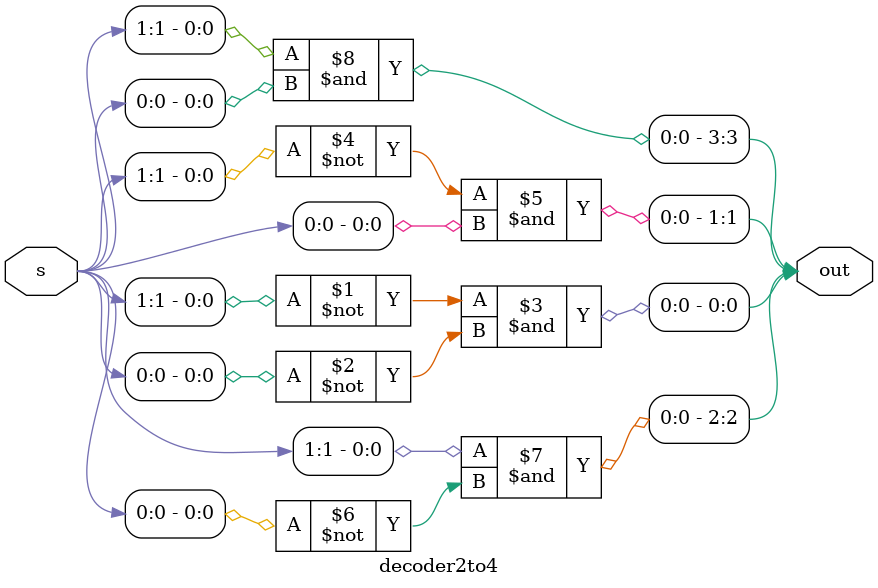
<source format=v>
module decoder2to4 ( input [1:0] s,
						output [3:0] out);
						
						
		assign out[0] = (~s[1]) & (~s[0]);
		
		assign out[1] = (~s[1]) & (s[0]);
		
		assign out[2] = (s[1]) & (~s[0]);
		
		assign out[3] = s[1] & s[0];
		
		
		endmodule
		
		
</source>
